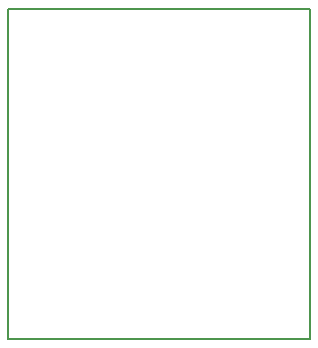
<source format=gbr>
G04 #@! TF.GenerationSoftware,KiCad,Pcbnew,(5.1.5)-3*
G04 #@! TF.CreationDate,2020-12-08T16:15:33+01:00*
G04 #@! TF.ProjectId,Microduino_UART,4d696372-6f64-4756-996e-6f5f55415254,0.0*
G04 #@! TF.SameCoordinates,Original*
G04 #@! TF.FileFunction,Profile,NP*
%FSLAX46Y46*%
G04 Gerber Fmt 4.6, Leading zero omitted, Abs format (unit mm)*
G04 Created by KiCad (PCBNEW (5.1.5)-3) date 2020-12-08 16:15:33*
%MOMM*%
%LPD*%
G04 APERTURE LIST*
%ADD10C,0.150000*%
G04 APERTURE END LIST*
D10*
X138709400Y-62738000D02*
X138709400Y-90678000D01*
X164236400Y-62738000D02*
X138709400Y-62738000D01*
X164239400Y-90678000D02*
X164236400Y-62738000D01*
X138709400Y-90678000D02*
X164239400Y-90678000D01*
M02*

</source>
